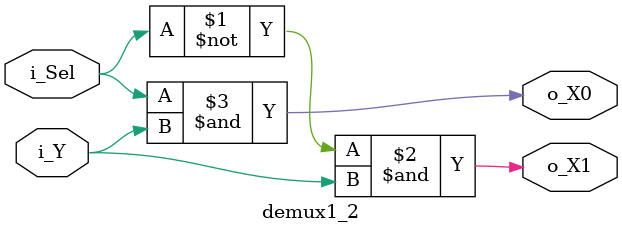
<source format=v>
module demux1_2 (
    input i_Y, input i_Sel,  output o_X0, output o_X1
);
    assign o_X1 = ~i_Sel & i_Y;
    assign o_X0 = i_Sel & i_Y;
    
endmodule
</source>
